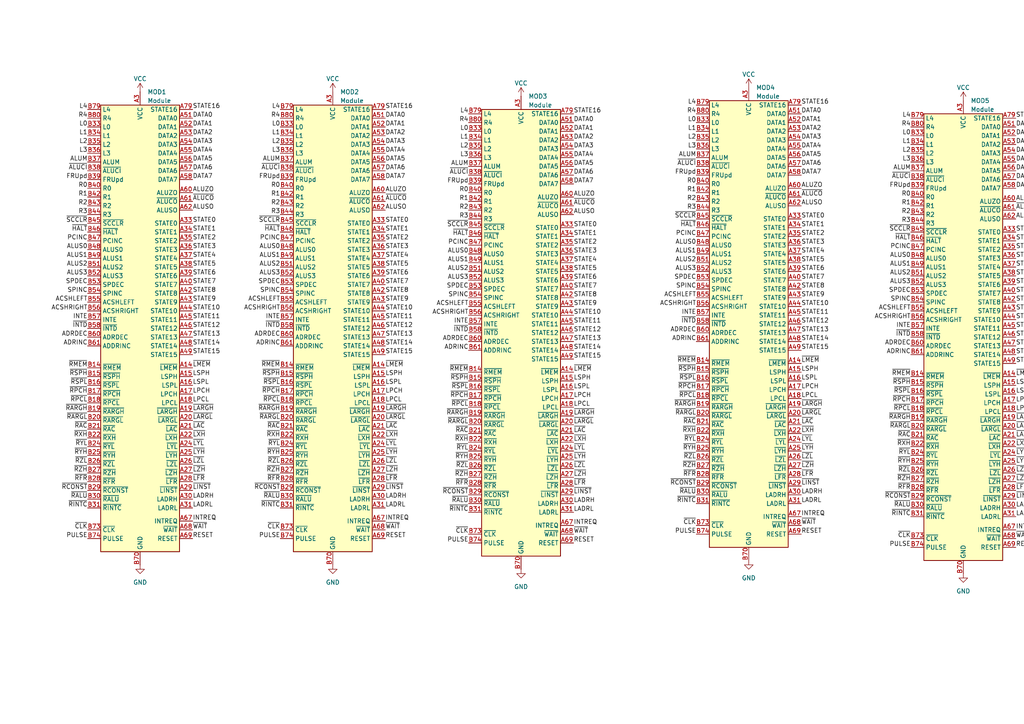
<source format=kicad_sch>
(kicad_sch (version 20250114) (generator "eeschema") (generator_version "9.0")
  (paper "A4")
  (lib_symbols
    (symbol "Connector_Generic:Conn_01x02" (pin_names (offset 1.016) (hide yes))
      (property "Reference" "J" (at 0 2.54 0))
      (property "Value" "Conn_01x02" (at 0 -5.08 0))
      (symbol "Conn_01x02_1_1"
        (pin passive line (at -5.08 0 0) (length 3.81) (name "Pin_1") (number "1"))
        (pin passive line (at -5.08 -2.54 0) (length 3.81) (name "Pin_2") (number "2"))
      )
    )
    (symbol "Connector_Generic:Conn_01x20" (pin_names (offset 1.016) (hide yes))
      (property "Reference" "J" (at 0 25.4 0))
      (property "Value" "Conn_01x20" (at 0 -27.94 0))
      (symbol "Conn_01x20_1_1"
        (pin passive line (at -5.08 22.86 0) (length 3.81) (name "Pin_1") (number "1"))
        (pin passive line (at -5.08 20.32 0) (length 3.81) (name "Pin_2") (number "2"))
        (pin passive line (at -5.08 17.78 0) (length 3.81) (name "Pin_3") (number "3"))
        (pin passive line (at -5.08 15.24 0) (length 3.81) (name "Pin_4") (number "4"))
        (pin passive line (at -5.08 12.7 0) (length 3.81) (name "Pin_5") (number "5"))
        (pin passive line (at -5.08 10.16 0) (length 3.81) (name "Pin_6") (number "6"))
        (pin passive line (at -5.08 7.62 0) (length 3.81) (name "Pin_7") (number "7"))
        (pin passive line (at -5.08 5.08 0) (length 3.81) (name "Pin_8") (number "8"))
        (pin passive line (at -5.08 2.54 0) (length 3.81) (name "Pin_9") (number "9"))
        (pin passive line (at -5.08 0 0) (length 3.81) (name "Pin_10") (number "10"))
        (pin passive line (at -5.08 -2.54 0) (length 3.81) (name "Pin_11") (number "11"))
        (pin passive line (at -5.08 -5.08 0) (length 3.81) (name "Pin_12") (number "12"))
        (pin passive line (at -5.08 -7.62 0) (length 3.81) (name "Pin_13") (number "13"))
        (pin passive line (at -5.08 -10.16 0) (length 3.81) (name "Pin_14") (number "14"))
        (pin passive line (at -5.08 -12.7 0) (length 3.81) (name "Pin_15") (number "15"))
        (pin passive line (at -5.08 -15.24 0) (length 3.81) (name "Pin_16") (number "16"))
        (pin passive line (at -5.08 -17.78 0) (length 3.81) (name "Pin_17") (number "17"))
        (pin passive line (at -5.08 -20.32 0) (length 3.81) (name "Pin_18") (number "18"))
        (pin passive line (at -5.08 -22.86 0) (length 3.81) (name "Pin_19") (number "19"))
        (pin passive line (at -5.08 -25.4 0) (length 3.81) (name "Pin_20") (number "20"))
      )
    )
    (symbol "cpu816symbols:BusSlot"
      (property "Reference" "BC" (at -8.89 66.04 0))
      (property "Value" "BusConnector" (at 13.97 66.04 0))
      (symbol "BusSlot_1_0"
        (pin passive line (at 0 68.58 270) (length 3.81) (hide yes) (name "VCC") (number "B1"))
        (pin passive line (at 0 68.58 270) (length 3.81) (hide yes) (name "VCC") (number "B2"))
        (pin passive line (at 0 68.58 270) (length 3.81) (hide yes) (name "VCC") (number "B3"))
        (pin passive line (at 0 68.58 270) (length 3.81) (hide yes) (name "VCC") (number "B4"))
        (pin passive line (at 0 68.58 270) (length 3.81) (hide yes) (name "VCC") (number "B5"))
        (pin passive line (at 0 -68.58 90) (length 3.81) (hide yes) (name "GND") (number "A66"))
        (pin passive line (at 0 -68.58 90) (length 3.81) (hide yes) (name "GND") (number "A70"))
        (pin passive line (at 0 -68.58 90) (length 3.81) (hide yes) (name "GND") (number "A71"))
        (pin passive line (at 0 -68.58 90) (length 3.81) (hide yes) (name "GND") (number "A72"))
        (pin passive line (at 0 -68.58 90) (length 3.81) (hide yes) (name "GND") (number "A73"))
        (pin passive line (at 0 -68.58 90) (length 3.81) (hide yes) (name "GND") (number "A74"))
        (pin passive line (at 0 -68.58 90) (length 3.81) (hide yes) (name "GND") (number "A75"))
        (pin passive line (at 0 -68.58 90) (length 3.81) (hide yes) (name "GND") (number "A76"))
        (pin passive line (at 0 -68.58 90) (length 3.81) (hide yes) (name "GND") (number "B12"))
        (pin passive line (at 0 -68.58 90) (length 3.81) (hide yes) (name "GND") (number "B13"))
        (pin passive line (at 0 -68.58 90) (length 3.81) (hide yes) (name "GND") (number "B23"))
        (pin passive line (at 0 -68.58 90) (length 3.81) (hide yes) (name "GND") (number "B32"))
        (pin passive line (at 0 -68.58 90) (length 3.81) (hide yes) (name "GND") (number "B41"))
        (pin passive line (at 0 -68.58 90) (length 3.81) (hide yes) (name "GND") (number "B50"))
        (pin passive line (at 0 -68.58 90) (length 3.81) (hide yes) (name "GND") (number "B59"))
        (pin passive line (at 0 -68.58 90) (length 3.81) (hide yes) (name "GND") (number "B62"))
        (pin passive line (at 0 -68.58 90) (length 3.81) (hide yes) (name "GND") (number "B63"))
        (pin passive line (at 0 -68.58 90) (length 3.81) (hide yes) (name "GND") (number "B64"))
        (pin passive line (at 0 -68.58 90) (length 3.81) (hide yes) (name "GND") (number "B65"))
        (pin passive line (at 0 -68.58 90) (length 3.81) (hide yes) (name "GND") (number "B66"))
        (pin passive line (at 0 -68.58 90) (length 3.81) (hide yes) (name "GND") (number "B67"))
        (pin passive line (at 0 -68.58 90) (length 3.81) (hide yes) (name "GND") (number "B68"))
        (pin passive line (at 0 -68.58 90) (length 3.81) (hide yes) (name "GND") (number "B69"))
        (pin power_in line (at 0 -68.58 90) (length 3.81) (name "GND") (number "B70"))
        (pin passive line (at 0 -68.58 90) (length 3.81) (hide yes) (name "GND") (number "B71"))
        (pin passive line (at 0 -68.58 90) (length 3.81) (hide yes) (name "GND") (number "B72"))
        (pin passive line (at 0 -68.58 90) (length 3.81) (hide yes) (name "GND") (number "B75"))
        (pin passive line (at 0 -68.58 90) (length 3.81) (hide yes) (name "GND") (number "B76"))
      )
      (symbol "BusSlot_1_1"
        (pin passive line (at -15.24 63.5 0) (length 3.81) (name "L4") (number "B79"))
        (pin passive line (at -15.24 60.96 0) (length 3.81) (name "R4") (number "B80"))
        (pin passive line (at -15.24 58.42 0) (length 3.81) (name "L0") (number "B33"))
        (pin passive line (at -15.24 55.88 0) (length 3.81) (name "L1") (number "B34"))
        (pin passive line (at -15.24 53.34 0) (length 3.81) (name "L2") (number "B35"))
        (pin passive line (at -15.24 50.8 0) (length 3.81) (name "L3") (number "B36"))
        (pin passive line (at -15.24 48.26 0) (length 3.81) (name "ALUM") (number "B37"))
        (pin passive line (at -15.24 45.72 0) (length 3.81) (name "~{ALUCI}") (number "B38"))
        (pin passive line (at -15.24 43.18 0) (length 3.81) (name "FRUpd") (number "B39"))
        (pin passive line (at -15.24 40.64 0) (length 3.81) (name "R0") (number "B40"))
        (pin passive line (at -15.24 38.1 0) (length 3.81) (name "R1") (number "B42"))
        (pin passive line (at -15.24 35.56 0) (length 3.81) (name "R2") (number "B43"))
        (pin passive line (at -15.24 33.02 0) (length 3.81) (name "R3") (number "B44"))
        (pin passive line (at -15.24 30.48 0) (length 3.81) (name "~{SCCLR}") (number "B45"))
        (pin passive line (at -15.24 27.94 0) (length 3.81) (name "~{HALT}") (number "B46"))
        (pin passive line (at -15.24 25.4 0) (length 3.81) (name "PCINC") (number "B47"))
        (pin passive line (at -15.24 22.86 0) (length 3.81) (name "ALUS0") (number "B48"))
        (pin passive line (at -15.24 20.32 0) (length 3.81) (name "ALUS1") (number "B49"))
        (pin passive line (at -15.24 17.78 0) (length 3.81) (name "ALUS2") (number "B51"))
        (pin passive line (at -15.24 15.24 0) (length 3.81) (name "ALUS3") (number "B52"))
        (pin passive line (at -15.24 12.7 0) (length 3.81) (name "SPDEC") (number "B53"))
        (pin passive line (at -15.24 10.16 0) (length 3.81) (name "SPINC") (number "B54"))
        (pin passive line (at -15.24 7.62 0) (length 3.81) (name "ACSHLEFT") (number "B55"))
        (pin passive line (at -15.24 5.08 0) (length 3.81) (name "ACSHRIGHT") (number "B56"))
        (pin passive line (at -15.24 2.54 0) (length 3.81) (name "INTE") (number "B57"))
        (pin passive line (at -15.24 0 0) (length 3.81) (name "~{INTD}") (number "B58"))
        (pin passive line (at -15.24 -2.54 0) (length 3.81) (name "ADRDEC") (number "B60"))
        (pin passive line (at -15.24 -5.08 0) (length 3.81) (name "ADDRINC") (number "B61"))
        (pin passive line (at -15.24 -11.43 0) (length 3.81) (name "~{RMEM}") (number "B14"))
        (pin passive line (at -15.24 -13.97 0) (length 3.81) (name "~{RSPH}") (number "B15"))
        (pin passive line (at -15.24 -16.51 0) (length 3.81) (name "~{RSPL}") (number "B16"))
        (pin passive line (at -15.24 -19.05 0) (length 3.81) (name "~{RPCH}") (number "B17"))
        (pin passive line (at -15.24 -21.59 0) (length 3.81) (name "~{RPCL}") (number "B18"))
        (pin passive line (at -15.24 -24.13 0) (length 3.81) (name "~{RARGH}") (number "B19"))
        (pin passive line (at -15.24 -26.67 0) (length 3.81) (name "~{RARGL}") (number "B20"))
        (pin passive line (at -15.24 -29.21 0) (length 3.81) (name "~{RAC}") (number "B21"))
        (pin passive line (at -15.24 -31.75 0) (length 3.81) (name "~{RXH}") (number "B22"))
        (pin passive line (at -15.24 -34.29 0) (length 3.81) (name "~{RYL}") (number "B24"))
        (pin passive line (at -15.24 -36.83 0) (length 3.81) (name "~{RYH}") (number "B25"))
        (pin passive line (at -15.24 -39.37 0) (length 3.81) (name "~{RZL}") (number "B26"))
        (pin passive line (at -15.24 -41.91 0) (length 3.81) (name "~{RZH}") (number "B27"))
        (pin passive line (at -15.24 -44.45 0) (length 3.81) (name "~{RFR}") (number "B28"))
        (pin passive line (at -15.24 -46.99 0) (length 3.81) (name "~{RCONST}") (number "B29"))
        (pin passive line (at -15.24 -49.53 0) (length 3.81) (name "~{RALU}") (number "B30"))
        (pin passive line (at -15.24 -52.07 0) (length 3.81) (name "~{RINTC}") (number "B31"))
        (pin passive line (at -15.24 -58.42 0) (length 3.81) (name "~{CLK}") (number "B73"))
        (pin passive line (at -15.24 -60.96 0) (length 3.81) (name "PULSE") (number "B74"))
        (pin passive line (at 0 68.58 270) (length 3.81) (hide yes) (name "VCC") (number "A1"))
        (pin passive line (at 0 68.58 270) (length 3.81) (hide yes) (name "VCC") (number "A2"))
        (pin power_in line (at 0 68.58 270) (length 3.81) (name "VCC") (number "A3"))
        (pin passive line (at 0 68.58 270) (length 3.81) (hide yes) (name "VCC") (number "A4"))
        (pin passive line (at 0 68.58 270) (length 3.81) (hide yes) (name "VCC") (number "A5"))
        (pin passive line (at 0 -68.58 90) (length 3.81) (hide yes) (name "GND") (number "A12"))
        (pin passive line (at 0 -68.58 90) (length 3.81) (hide yes) (name "GND") (number "A13"))
        (pin passive line (at 0 -68.58 90) (length 3.81) (hide yes) (name "GND") (number "A23"))
        (pin passive line (at 0 -68.58 90) (length 3.81) (hide yes) (name "GND") (number "A32"))
        (pin passive line (at 0 -68.58 90) (length 3.81) (hide yes) (name "GND") (number "A41"))
        (pin passive line (at 0 -68.58 90) (length 3.81) (hide yes) (name "GND") (number "A50"))
        (pin passive line (at 0 -68.58 90) (length 3.81) (hide yes) (name "GND") (number "A59"))
        (pin passive line (at 0 -68.58 90) (length 3.81) (hide yes) (name "GND") (number "A63"))
        (pin passive line (at 0 -68.58 90) (length 3.81) (hide yes) (name "GND") (number "A64"))
        (pin passive line (at 0 -68.58 90) (length 3.81) (hide yes) (name "GND") (number "A65"))
        (pin passive line (at 15.24 63.5 180) (length 3.81) (name "STATE16") (number "A79"))
        (pin passive line (at 15.24 60.96 180) (length 3.81) (name "DATA0") (number "A51"))
        (pin passive line (at 15.24 58.42 180) (length 3.81) (name "DATA1") (number "A52"))
        (pin passive line (at 15.24 55.88 180) (length 3.81) (name "DATA2") (number "A53"))
        (pin passive line (at 15.24 53.34 180) (length 3.81) (name "DATA3") (number "A54"))
        (pin passive line (at 15.24 50.8 180) (length 3.81) (name "DATA4") (number "A55"))
        (pin passive line (at 15.24 48.26 180) (length 3.81) (name "DATA5") (number "A56"))
        (pin passive line (at 15.24 45.72 180) (length 3.81) (name "DATA6") (number "A57"))
        (pin passive line (at 15.24 43.18 180) (length 3.81) (name "DATA7") (number "A58"))
        (pin passive line (at 15.24 39.37 180) (length 3.81) (name "ALUZO") (number "A60"))
        (pin passive line (at 15.24 36.83 180) (length 3.81) (name "~{ALUCO}") (number "A61"))
        (pin passive line (at 15.24 34.29 180) (length 3.81) (name "ALUSO") (number "A62"))
        (pin passive line (at 15.24 30.48 180) (length 3.81) (name "STATE0") (number "A33"))
        (pin passive line (at 15.24 27.94 180) (length 3.81) (name "STATE1") (number "A34"))
        (pin passive line (at 15.24 25.4 180) (length 3.81) (name "STATE2") (number "A35"))
        (pin passive line (at 15.24 22.86 180) (length 3.81) (name "STATE3") (number "A36"))
        (pin passive line (at 15.24 20.32 180) (length 3.81) (name "STATE4") (number "A37"))
        (pin passive line (at 15.24 17.78 180) (length 3.81) (name "STATE5") (number "A38"))
        (pin passive line (at 15.24 15.24 180) (length 3.81) (name "STATE6") (number "A39"))
        (pin passive line (at 15.24 12.7 180) (length 3.81) (name "STATE7") (number "A40"))
        (pin passive line (at 15.24 10.16 180) (length 3.81) (name "STATE8") (number "A42"))
        (pin passive line (at 15.24 7.62 180) (length 3.81) (name "STATE9") (number "A43"))
        (pin passive line (at 15.24 5.08 180) (length 3.81) (name "STATE10") (number "A44"))
        (pin passive line (at 15.24 2.54 180) (length 3.81) (name "STATE11") (number "A45"))
        (pin passive line (at 15.24 0 180) (length 3.81) (name "STATE12") (number "A46"))
        (pin passive line (at 15.24 -2.54 180) (length 3.81) (name "STATE13") (number "A47"))
        (pin passive line (at 15.24 -5.08 180) (length 3.81) (name "STATE14") (number "A48"))
        (pin passive line (at 15.24 -7.62 180) (length 3.81) (name "STATE15") (number "A49"))
        (pin passive line (at 15.24 -11.43 180) (length 3.81) (name "~{LMEM}") (number "A14"))
        (pin passive line (at 15.24 -13.97 180) (length 3.81) (name "LSPH") (number "A15"))
        (pin passive line (at 15.24 -16.51 180) (length 3.81) (name "LSPL") (number "A16"))
        (pin passive line (at 15.24 -19.05 180) (length 3.81) (name "LPCH") (number "A17"))
        (pin passive line (at 15.24 -21.59 180) (length 3.81) (name "LPCL") (number "A18"))
        (pin passive line (at 15.24 -24.13 180) (length 3.81) (name "~{LARGH}") (number "A19"))
        (pin passive line (at 15.24 -26.67 180) (length 3.81) (name "~{LARGL}") (number "A20"))
        (pin passive line (at 15.24 -29.21 180) (length 3.81) (name "~{LAC}") (number "A21"))
        (pin passive line (at 15.24 -31.75 180) (length 3.81) (name "~{LXH}") (number "A22"))
        (pin passive line (at 15.24 -34.29 180) (length 3.81) (name "~{LYL}") (number "A24"))
        (pin passive line (at 15.24 -36.83 180) (length 3.81) (name "~{LYH}") (number "A25"))
        (pin passive line (at 15.24 -39.37 180) (length 3.81) (name "~{LZL}") (number "A26"))
        (pin passive line (at 15.24 -41.91 180) (length 3.81) (name "~{LZH}") (number "A27"))
        (pin passive line (at 15.24 -44.45 180) (length 3.81) (name "~{LFR}") (number "A28"))
        (pin passive line (at 15.24 -46.99 180) (length 3.81) (name "~{LINST}") (number "A29"))
        (pin passive line (at 15.24 -49.53 180) (length 3.81) (name "LADRH") (number "A30"))
        (pin passive line (at 15.24 -52.07 180) (length 3.81) (name "LADRL") (number "A31"))
        (pin passive line (at 15.24 -55.88 180) (length 3.81) (name "INTREQ") (number "A67"))
        (pin passive line (at 15.24 -58.42 180) (length 3.81) (name "~{WAIT}") (number "A68"))
        (pin passive line (at 15.24 -60.96 180) (length 3.81) (name "RESET") (number "A69"))
      )
    )
    (symbol "power:GND" (power) (pin_numbers (hide yes)) (pin_names (offset 0) (hide yes))
      (property "Value" "GND" (at 0 -3.81 0))
      (symbol "GND_1_1"
        (pin power_in line (at 0 0 270) (length 0) (name "~") (number "1"))
      )
    )
    (symbol "power:VCC" (power) (pin_numbers (hide yes)) (pin_names (offset 0) (hide yes))
      (property "Value" "VCC" (at 0 3.556 0))
      (symbol "VCC_1_1"
        (pin power_in line (at 0 0 90) (length 0) (name "~") (number "1"))
      )
    )
  )
  (junction (at 44.45 -31.75))
  (wire (pts (xy 46.99 -33.02) (xy 46.99 -31.75)))
  (wire (pts (xy 46.99 -31.75) (xy 44.45 -31.75)))
  (wire (pts (xy -5.08 -12.7) (xy -8.89 -12.7)))
  (wire (pts (xy -5.08 -15.24) (xy -8.89 -15.24)))
  (wire (pts (xy 44.45 -33.02) (xy 44.45 -31.75)))
  (label "SPDEC" (at 392.43 81.28 180))
  (label "~{WAIT}" (at 55.88 153.67 0))
  (label "~{RALU}" (at 81.28 144.78 180))
  (label "ACSHRIGHT" (at 135.89 91.44 180))
  (label "~{RSPH}" (at 323.85 107.95 180))
  (label "STATE3" (at 111.76 72.39 0))
  (label "~{INTD}" (at 264.16 97.79 180))
  (label "ALUM" (at 450.85 48.26 180))
  (label "~{LZL}" (at 111.76 134.62 0))
  (label "~{LARGH}" (at 55.88 119.38 0))
  (label "~{LAC}" (at 55.88 124.46 0))
  (label "ADRDEC" (at 392.43 96.52 180))
  (label "DATA4" (at 294.64 46.99 0))
  (label "STATE15" (at 166.37 104.14 0))
  (label "~{RMEM}" (at 81.28 106.68 180))
  (label "STATE1" (at 294.64 69.85 0))
  (label "ALUS2" (at 450.85 78.74 180))
  (label "ALUS2" (at 323.85 76.2 180))
  (label "ALUZO" (at 422.91 54.61 0))
  (label "STATE14" (at 422.91 99.06 0))
  (label "~{LZL}" (at 166.37 135.89 0))
  (label "RESET" (at 166.37 157.48 0))
  (label "DATA1" (at 294.64 39.37 0))
  (label "~{RYH}" (at 81.28 132.08 180))
  (label "STATE10" (at 111.76 90.17 0))
  (label "~{CLK}" (at 323.85 152.4 180))
  (label "ALUS3" (at 323.85 78.74 180))
  (label "~{LAC}" (at 166.37 125.73 0))
  (label "STATE5" (at 166.37 78.74 0))
  (label "~{RXH}" (at 323.85 125.73 180))
  (label "L0" (at 25.4 36.83 180))
  (label "~{LFR}" (at 55.88 139.7 0))
  (label "STATE10" (at 232.41 88.9 0))
  (label "ACSHRIGHT" (at 323.85 88.9 180))
  (label "STATE15" (at 481.33 104.14 0))
  (label "~{LAC}" (at 354.33 123.19 0))
  (label "ADRINC" (at 450.85 101.6 180))
  (label "DATA7" (at 166.37 53.34 0))
  (label "~{RPCH}" (at 392.43 113.03 180))
  (label "~{RXH}" (at 201.93 125.73 180))
  (label "~{RARGH}" (at 323.85 118.11 180))
  (label "DATA5" (at 166.37 48.26 0))
  (label "DATA3" (at 111.76 41.91 0))
  (label "~{LINST}" (at 354.33 140.97 0))
  (label "ACSHLEFT" (at 323.85 86.36 180))
  (label "~{CLK}" (at 25.4 153.67 180))
  (label "STATE1" (at 232.41 66.04 0))
  (label "~{RMEM}" (at 201.93 105.41 180))
  (label "ACSHRIGHT" (at 264.16 92.71 180))
  (label "~{RYH}" (at 201.93 130.81 180))
  (label "INTREQ" (at 232.41 149.86 0))
  (label "DATA2" (at 481.33 40.64 0))
  (label "ALUS0" (at 25.4 72.39 180))
  (label "LADRL" (at 354.33 146.05 0))
  (label "INTE" (at 135.89 93.98 180))
  (label "STATE8" (at 166.37 86.36 0))
  (label "DATA4" (at 85.09 -33.02 270))
  (label "~{INTD}" (at 135.89 96.52 180))
  (label "L2" (at 450.85 43.18 180))
  (label "ALUS1" (at 450.85 76.2 180))
  (label "~{LXH}" (at 422.91 125.73 0))
  (label "~{RARGL}" (at 81.28 121.92 180))
  (label "DATA0" (at 55.88 34.29 0))
  (label "~{HALT}" (at 25.4 67.31 180))
  (label "LPCH" (at 166.37 115.57 0))
  (label "ADRINC" (at 323.85 99.06 180))
  (label "STATE3" (at 166.37 73.66 0))
  (label "~{RSPL}" (at 25.4 111.76 180))
  (label "STATE4" (at 422.91 73.66 0))
  (label "DATA3" (at 55.88 41.91 0))
  (label "L2" (at 25.4 41.91 180))
  (label "STATE14" (at 481.33 101.6 0))
  (label "PCINC" (at 323.85 68.58 180))
  (label "FRUpd" (at 264.16 54.61 180))
  (label "PULSE" (at 81.28 156.21 180))
  (label "~{RPCL}" (at 25.4 116.84 180))
  (label "~{LMEM}" (at 111.76 106.68 0))
  (label "~{LFR}" (at 422.91 138.43 0))
  (label "~{RCONST}" (at 135.89 143.51 180))
  (label "SPDEC" (at 264.16 85.09 180))
  (label "~{LARGH}" (at 422.91 118.11 0))
  (label "~{RFR}" (at 25.4 139.7 180))
  (label "R3" (at 450.85 63.5 180))
  (label "~{RAC}" (at 264.16 127 180))
  (label "~{RMEM}" (at 323.85 105.41 180))
  (label "~{RMEM}" (at 264.16 109.22 180))
  (label "~{RFR}" (at 392.43 138.43 180))
  (label "STATE9" (at 232.41 86.36 0))
  (label "~{RZL}" (at 25.4 134.62 180))
  (label "RESET" (at 354.33 154.94 0))
  (label "~{CLK}" (at 264.16 156.21 180))
  (label "~{LXH}" (at 55.88 127 0))
  (label "STATE5" (at 294.64 80.01 0))
  (label "DATA4" (at 232.41 43.18 0))
  (label "ALUSO" (at 232.41 59.69 0))
  (label "~{RPCL}" (at 135.89 118.11 180))
  (label "LADRL" (at 294.64 149.86 0))
  (label "ALUS0" (at 201.93 71.12 180))
  (label "~{RYL}" (at 264.16 132.08 180))
  (label "~{LARGL}" (at 55.88 121.92 0))
  (label "~{LZL}" (at 354.33 133.35 0))
  (label "~{LYH}" (at 481.33 133.35 0))
  (label "STATE12" (at 166.37 96.52 0))
  (label "~{RYL}" (at 392.43 128.27 180))
  (label "FRUpd" (at 25.4 52.07 180))
  (label "~{LARGL}" (at 111.76 121.92 0))
  (label "STATE5" (at 232.41 76.2 0))
  (label "DATA6" (at 90.17 -33.02 270))
  (label "ALUM" (at 323.85 45.72 180))
  (label "~{SCCLR}" (at 450.85 66.04 180))
  (label "~{RALU}" (at 135.89 146.05 180))
  (label "LADRH" (at 55.88 144.78 0))
  (label "ALUSO" (at 166.37 62.23 0))
  (label "~{RINTC}" (at 135.89 148.59 180))
  (label "~{LINST}" (at 232.41 140.97 0))
  (label "~{RYL}" (at 323.85 128.27 180))
  (label "R2" (at 392.43 58.42 180))
  (label "~{LMEM}" (at 294.64 109.22 0))
  (label "ALUM" (at 392.43 45.72 180))
  (label "ACSHLEFT" (at 25.4 87.63 180))
  (label "~{RCONST}" (at 450.85 143.51 180))
  (label "STATE8" (at 55.88 85.09 0))
  (label "LPCL" (at 166.37 118.11 0))
  (label "STATE15" (at 294.64 105.41 0))
  (label "~{RINTC}" (at 450.85 148.59 180))
  (label "DATA4" (at 166.37 45.72 0))
  (label "STATE12" (at 354.33 93.98 0))
  (label "ADRINC" (at 25.4 100.33 180))
  (label "STATE12" (at 111.76 95.25 0))
  (label "~{RZH}" (at 135.89 138.43 180))
  (label "~{RCONST}" (at 81.28 142.24 180))
  (label "RESET" (at 232.41 154.94 0))
  (label "STATE16" (at 55.88 31.75 0))
  (label "DATA1" (at 232.41 35.56 0))
  (label "ACSHRIGHT" (at 81.28 90.17 180))
  (label "STATE13" (at 67.31 -33.02 270))
  (label "STATE16" (at 111.76 31.75 0))
  (label "STATE6" (at 232.41 78.74 0))
  (label "~{RZL}" (at 201.93 133.35 180))
  (label "STATE16" (at 354.33 30.48 0))
  (label "ALUS3" (at 264.16 82.55 180))
  (label "~{SCCLR}" (at 201.93 63.5 180))
  (label "L3" (at 264.16 46.99 180))
  (label "~{RALU}" (at 25.4 144.78 180))
  (label "~{RINTC}" (at 201.93 146.05 180))
  (label "LADRH" (at 111.76 144.78 0))
  (label "~{LXH}" (at 354.33 125.73 0))
  (label "SPDEC" (at 323.85 81.28 180))
  (label "STATE1" (at 166.37 68.58 0))
  (label "~{RARGH}" (at 450.85 120.65 180))
  (label "~{RPCL}" (at 392.43 115.57 180))
  (label "PULSE" (at 135.89 157.48 180))
  (label "L1" (at 25.4 39.37 180))
  (label "~{WAIT}" (at 111.76 153.67 0))
  (label "~{RPCL}" (at 450.85 118.11 180))
  (label "STATE7" (at 481.33 83.82 0))
  (label "~{RZL}" (at 392.43 133.35 180))
  (label "~{RZH}" (at 450.85 138.43 180))
  (label "~{LZL}" (at 232.41 133.35 0))
  (label "~{LINST}" (at 294.64 144.78 0))
  (label "~{LYL}" (at 481.33 130.81 0))
  (label "DATA1" (at 422.91 35.56 0))
  (label "R3" (at 135.89 63.5 180))
  (label "~{RZL}" (at 323.85 133.35 180))
  (label "~{RCONST}" (at 264.16 144.78 180))
  (label "~{RAC}" (at 25.4 124.46 180))
  (label "~{RPCL}" (at 201.93 115.57 180))
  (label "PCINC" (at 201.93 68.58 180))
  (label "L1" (at 135.89 40.64 180))
  (label "LPCL" (at 422.91 115.57 0))
  (label "ADRDEC" (at 264.16 100.33 180))
  (label "ALUS2" (at 25.4 77.47 180))
  (label "ACSHRIGHT" (at 450.85 91.44 180))
  (label "~{LZH}" (at 232.41 135.89 0))
  (label "DATA7" (at 481.33 53.34 0))
  (label "~{RSPL}" (at 201.93 110.49 180))
  (label "~{RAC}" (at 201.93 123.19 180))
  (label "~{RARGH}" (at 135.89 120.65 180))
  (label "L4" (at 201.93 30.48 180))
  (label "~{LARGL}" (at 294.64 124.46 0))
  (label "~{RPCH}" (at 81.28 114.3 180))
  (label "~{HALT}" (at 264.16 69.85 180))
  (label "STATE12" (at 232.41 93.98 0))
  (label "STATE12" (at 64.77 -33.02 270))
  (label "~{RINTC}" (at 264.16 149.86 180))
  (label "FRUpd" (at 392.43 50.8 180))
  (label "INTE" (at 25.4 92.71 180))
  (label "DATA2" (at 354.33 38.1 0))
  (label "~{RSPL}" (at 323.85 110.49 180))
  (label "~{RALU}" (at 264.16 147.32 180))
  (label "ADRINC" (at 201.93 99.06 180))
  (label "DATA2" (at 166.37 40.64 0))
  (label "SPINC" (at 450.85 86.36 180))
  (label "~{RXH}" (at 135.89 128.27 180))
  (label "STATE0" (at 422.91 63.5 0))
  (label "~{RPCL}" (at 81.28 116.84 180))
  (label "L0" (at 201.93 35.56 180))
  (label "LSPL" (at 232.41 110.49 0))
  (label "STATE6" (at 294.64 82.55 0))
  (label "~{SCCLR}" (at 264.16 67.31 180))
  (label "~{RZL}" (at 135.89 135.89 180))
  (label "~{RZL}" (at 81.28 134.62 180))
  (label "R3" (at 201.93 60.96 180))
  (label "~{RYH}" (at 25.4 132.08 180))
  (label "~{RYH}" (at 264.16 134.62 180))
  (label "ALUS2" (at 201.93 76.2 180))
  (label "FRUpd" (at 81.28 52.07 180))
  (label "LPCL" (at 111.76 116.84 0))
  (label "ALUS0" (at 450.85 73.66 180))
  (label "~{RINTC}" (at 323.85 146.05 180))
  (label "~{LZL}" (at 55.88 134.62 0))
  (label "ACSHRIGHT" (at 25.4 90.17 180))
  (label "R1" (at 135.89 58.42 180))
  (label "STATE5" (at 55.88 77.47 0))
  (label "STATE16" (at 481.33 33.02 0))
  (label "R4" (at 323.85 33.02 180))
  (label "~{RPCH}" (at 450.85 115.57 180))
  (label "~{LARGH}" (at 111.76 119.38 0))
  (label "SPINC" (at 25.4 85.09 180))
  (label "~{LZH}" (at 354.33 135.89 0))
  (label "ALUSO" (at 111.76 60.96 0))
  (label "~{WAIT}" (at 354.33 152.4 0))
  (label "~{LINST}" (at 55.88 142.24 0))
  (label "STATE14" (at 232.41 99.06 0))
  (label "STATE12" (at 55.88 95.25 0))
  (label "L3" (at 25.4 44.45 180))
  (label "R1" (at 201.93 55.88 180))
  (label "LSPH" (at 232.41 107.95 0))
  (label "~{RZH}" (at 264.16 139.7 180))
  (label "ADRDEC" (at 135.89 99.06 180))
  (label "STATE8" (at 354.33 83.82 0))
  (label "STATE14" (at 111.76 100.33 0))
  (label "~{RXH}" (at 264.16 129.54 180))
  (label "~{CLK}" (at 392.43 152.4 180))
  (label "LPCH" (at 55.88 114.3 0))
  (label "~{RSPL}" (at 392.43 110.49 180))
  (label "PULSE" (at 25.4 156.21 180))
  (label "~{RARGL}" (at 135.89 123.19 180))
  (label "~{LYH}" (at 354.33 130.81 0))
  (label "~{LXH}" (at 232.41 125.73 0))
  (label "LSPL" (at 111.76 111.76 0))
  (label "~{RYH}" (at 450.85 133.35 180))
  (label "DATA2" (at 232.41 38.1 0))
  (label "STATE8" (at 111.76 85.09 0))
  (label "~{RZH}" (at 81.28 137.16 180))
  (label "STATE11" (at 422.91 91.44 0))
  (label "L0" (at 450.85 38.1 180))
  (label "L2" (at 323.85 40.64 180))
  (label "~{ALUCO}" (at 422.91 57.15 0))
  (label "~{RARGL}" (at 450.85 123.19 180))
  (label "STATE7" (at 55.88 82.55 0))
  (label "STATE9" (at 422.91 86.36 0))
  (label "RESET" (at 111.76 156.21 0))
  (label "~{LZH}" (at 111.76 137.16 0))
  (label "~{RXH}" (at 25.4 127 180))
  (label "R0" (at 392.43 53.34 180))
  (label "~{LARGL}" (at 232.41 120.65 0))
  (label "STATE11" (at 294.64 95.25 0))
  (label "~{RSPH}" (at 450.85 110.49 180))
  (label "LPCH" (at 232.41 113.03 0))
  (label "STATE1" (at 422.91 66.04 0))
  (label "LPCH" (at 422.91 113.03 0))
  (label "DATA6" (at 166.37 50.8 0))
  (label "STATE0" (at 166.37 66.04 0))
  (label "SPINC" (at 323.85 83.82 180))
  (label "R3" (at 392.43 60.96 180))
  (label "INTREQ" (at 481.33 152.4 0))
  (label "~{SCCLR}" (at 392.43 63.5 180))
  (label "~{RYL}" (at 201.93 128.27 180))
  (label "PCINC" (at 392.43 68.58 180))
  (label "LSPL" (at 354.33 110.49 0))
  (label "~{WAIT}" (at 166.37 154.94 0))
  (label "~{WAIT}" (at 294.64 156.21 0))
  (label "INTREQ" (at 422.91 149.86 0))
  (label "R4" (at 81.28 34.29 180))
  (label "INTE" (at 450.85 93.98 180))
  (label "~{CLK}" (at 450.85 154.94 180))
  (label "L1" (at 323.85 38.1 180))
  (label "STATE4" (at 55.88 74.93 0))
  (label "DATA6" (at 481.33 50.8 0))
  (label "~{RARGH}" (at 264.16 121.92 180))
  (label "DATA7" (at 294.64 54.61 0))
  (label "R2" (at 135.89 60.96 180))
  (label "STATE11" (at 481.33 93.98 0))
  (label "ALUS3" (at 81.28 80.01 180))
  (label "ADRINC" (at 392.43 99.06 180))
  (label "STATE4" (at 354.33 73.66 0))
  (label "ACSHLEFT" (at 264.16 90.17 180))
  (label "R3" (at 323.85 60.96 180))
  (label "~{LZL}" (at 481.33 135.89 0))
  (label "ALUZO" (at 55.88 55.88 0))
  (label "L1" (at 201.93 38.1 180))
  (label "STATE6" (at 55.88 80.01 0))
  (label "~{RARGL}" (at 25.4 121.92 180))
  (label "LSPL" (at 294.64 114.3 0))
  (label "DATA5" (at 481.33 48.26 0))
  (label "~{RZH}" (at 25.4 137.16 180))
  (label "L4" (at 264.16 34.29 180))
  (label "STATE9" (at 294.64 90.17 0))
  (label "R2" (at 201.93 58.42 180))
  (label "SPDEC" (at 25.4 82.55 180))
  (label "DATA0" (at 111.76 34.29 0))
  (label "L2" (at 201.93 40.64 180))
  (label "~{ALUCO}" (at 294.64 60.96 0))
  (label "~{RAC}" (at 450.85 125.73 180))
  (label "LPCL" (at 481.33 118.11 0))
  (label "STATE9" (at 55.88 87.63 0))
  (label "DATA3" (at 82.55 -33.02 270))
  (label "~{LARGL}" (at 166.37 123.19 0))
  (label "ALUM" (at 135.89 48.26 180))
  (label "ALUS0" (at 323.85 71.12 180))
  (label "R0" (at 264.16 57.15 180))
  (label "~{ALUCI}" (at 81.28 49.53 180))
  (label "STATE0" (at 55.88 64.77 0))
  (label "PULSE" (at 323.85 154.94 180))
  (label "STATE12" (at 294.64 97.79 0))
  (label "L3" (at 392.43 43.18 180))
  (label "~{LINST}" (at 481.33 143.51 0))
  (label "L3" (at 201.93 43.18 180))
  (label "DATA2" (at 111.76 39.37 0))
  (label "STATE7" (at 166.37 83.82 0))
  (label "STATE13" (at 55.88 97.79 0))
  (label "~{ALUCI}" (at 201.93 48.26 180))
  (label "STATE12" (at 422.91 93.98 0))
  (label "L4" (at 25.4 31.75 180))
  (label "DATA0" (at 294.64 36.83 0))
  (label "STATE8" (at 232.41 83.82 0))
  (label "R0" (at 323.85 53.34 180))
  (label "~{ALUCO}" (at 232.41 57.15 0))
  (label "~{RARGH}" (at 25.4 119.38 180))
  (label "~{RALU}" (at 450.85 146.05 180))
  (label "STATE6" (at 111.76 80.01 0))
  (label "~{LFR}" (at 111.76 139.7 0))
  (label "~{RZL}" (at 264.16 137.16 180))
  (label "STATE9" (at 111.76 87.63 0))
  (label "STATE15" (at 55.88 102.87 0))
  (label "~{LZL}" (at 294.64 137.16 0))
  (label "~{LARGL}" (at 481.33 123.19 0))
  (label "DATA1" (at 77.47 -33.02 270))
  (label "L3" (at 323.85 43.18 180))
  (label "DATA3" (at 166.37 43.18 0))
  (label "~{INTD}" (at 323.85 93.98 180))
  (label "LSPL" (at 422.91 110.49 0))
  (label "ALUSO" (at 422.91 59.69 0))
  (label "~{RPCH}" (at 135.89 115.57 180))
  (label "R3" (at 264.16 64.77 180))
  (label "ADRDEC" (at 25.4 97.79 180))
  (label "~{LAC}" (at 422.91 123.19 0))
  (label "~{ALUCO}" (at 481.33 59.69 0))
  (label "STATE10" (at 59.69 -33.02 270))
  (label "R0" (at 450.85 55.88 180))
  (label "~{LARGH}" (at 354.33 118.11 0))
  (label "L1" (at 81.28 39.37 180))
  (label "STATE10" (at 166.37 91.44 0))
  (label "STATE0" (at 111.76 64.77 0))
  (label "LPCL" (at 294.64 119.38 0))
  (label "STATE2" (at 166.37 71.12 0))
  (label "R0" (at 25.4 54.61 180))
  (label "ADRINC" (at 135.89 101.6 180))
  (label "R4" (at 201.93 33.02 180))
  (label "~{RAC}" (at 392.43 123.19 180))
  (label "ALUSO" (at 55.88 60.96 0))
  (label "DATA0" (at 422.91 33.02 0))
  (label "~{RARGL}" (at 323.85 120.65 180))
  (label "STATE13" (at 166.37 99.06 0))
  (label "STATE0" (at 481.33 66.04 0))
  (label "~{RAC}" (at 323.85 123.19 180))
  (label "ALUM" (at 201.93 45.72 180))
  (label "~{CLK}" (at 81.28 153.67 180))
  (label "~{RPCH}" (at 201.93 113.03 180))
  (label "~{SCCLR}" (at 81.28 64.77 180))
  (label "LSPL" (at 481.33 113.03 0))
  (label "LADRL" (at 111.76 147.32 0))
  (label "~{INTD}" (at 81.28 95.25 180))
  (label "~{ALUCO}" (at 55.88 58.42 0))
  (label "LSPL" (at 166.37 113.03 0))
  (label "ALUSO" (at 354.33 59.69 0))
  (label "LADRL" (at 232.41 146.05 0))
  (label "ALUS1" (at 201.93 73.66 180))
  (label "STATE8" (at 54.61 -33.02 270))
  (label "STATE5" (at 422.91 76.2 0))
  (label "DATA3" (at 294.64 44.45 0))
  (label "STATE16" (at 232.41 30.48 0))
  (label "~{LZH}" (at 166.37 138.43 0))
  (label "STATE7" (at 294.64 85.09 0))
  (label "~{LARGH}" (at 481.33 120.65 0))
  (label "~{RPCH}" (at 323.85 113.03 180))
  (label "~{LZH}" (at 294.64 139.7 0))
  (label "~{LYH}" (at 111.76 132.08 0))
  (label "DATA0" (at 481.33 35.56 0))
  (label "ACSHLEFT" (at 392.43 86.36 180))
  (label "~{HALT}" (at 450.85 68.58 180))
  (label "DATA4" (at 55.88 44.45 0))
  (label "STATE11" (at 354.33 91.44 0))
  (label "SPDEC" (at 201.93 81.28 180))
  (label "PCINC" (at 450.85 71.12 180))
  (label "~{ALUCI}" (at 25.4 49.53 180))
  (label "STATE13" (at 354.33 96.52 0))
  (label "PULSE" (at 264.16 158.75 180))
  (label "INTE" (at 323.85 91.44 180))
  (label "~{LINST}" (at 422.91 140.97 0))
  (label "~{LARGL}" (at 354.33 120.65 0))
  (label "~{HALT}" (at 81.28 67.31 180))
  (label "LPCH" (at 294.64 116.84 0))
  (label "ALUZO" (at 111.76 55.88 0))
  (label "~{RYL}" (at 135.89 130.81 180))
  (label "ADRDEC" (at 450.85 99.06 180))
  (label "DATA2" (at 55.88 39.37 0))
  (label "STATE3" (at 481.33 73.66 0))
  (label "ALUZO" (at 354.33 54.61 0))
  (label "~{RYH}" (at 135.89 133.35 180))
  (label "STATE14" (at 294.64 102.87 0))
  (label "DATA7" (at 92.71 -33.02 270))
  (label "L0" (at 135.89 38.1 180))
  (label "R4" (at 25.4 34.29 180))
  (label "STATE12" (at 481.33 96.52 0))
  (label "~{LMEM}" (at 422.91 105.41 0))
  (label "~{WAIT}" (at 422.91 152.4 0))
  (label "~{LXH}" (at 481.33 128.27 0))
  (label "STATE15" (at 72.39 -33.02 270))
  (label "DATA3" (at 354.33 40.64 0))
  (label "L2" (at 135.89 43.18 180))
  (label "STATE4" (at 294.64 77.47 0))
  (label "~{RSPH}" (at 201.93 107.95 180))
  (label "PCINC" (at 25.4 69.85 180))
  (label "~{RINTC}" (at 81.28 147.32 180))
  (label "INTREQ" (at 294.64 153.67 0))
  (label "STATE6" (at 166.37 81.28 0))
  (label "STATE13" (at 294.64 100.33 0))
  (label "~{RINTC}" (at 25.4 147.32 180))
  (label "FRUpd" (at 135.89 53.34 180))
  (label "FRUpd" (at 450.85 53.34 180))
  (label "~{RXH}" (at 450.85 128.27 180))
  (label "DATA1" (at 354.33 35.56 0))
  (label "STATE6" (at 354.33 78.74 0))
  (label "~{RPCL}" (at 323.85 115.57 180))
  (label "ALUSO" (at 294.64 63.5 0))
  (label "~{RZH}" (at 392.43 135.89 180))
  (label "~{ALUCI}" (at 323.85 48.26 180))
  (label "LADRH" (at 166.37 146.05 0))
  (label "~{RSPL}" (at 81.28 111.76 180))
  (label "~{LZL}" (at 422.91 133.35 0))
  (label "~{RCONST}" (at 323.85 140.97 180))
  (label "~{LYH}" (at 166.37 133.35 0))
  (label "L3" (at 450.85 45.72 180))
  (label "~{HALT}" (at 323.85 66.04 180))
  (label "~{SCCLR}" (at 323.85 63.5 180))
  (label "DATA0" (at 74.93 -33.02 270))
  (label "ACSHLEFT" (at 450.85 88.9 180))
  (label "L4" (at 392.43 30.48 180))
  (label "PULSE" (at 201.93 154.94 180))
  (label "~{LYL}" (at 422.91 128.27 0))
  (label "DATA1" (at 55.88 36.83 0))
  (label "ALUS1" (at 264.16 77.47 180))
  (label "LADRH" (at 481.33 146.05 0))
  (label "PCINC" (at 52.07 -33.02 270))
  (label "DATA2" (at 294.64 41.91 0))
  (label "~{LYL}" (at 55.88 129.54 0))
  (label "INTE" (at 264.16 95.25 180))
  (label "SPINC" (at 201.93 83.82 180))
  (label "SPINC" (at 135.89 86.36 180))
  (label "SPDEC" (at 81.28 82.55 180))
  (label "~{LYL}" (at 294.64 132.08 0))
  (label "~{ALUCO}" (at 354.33 57.15 0))
  (label "STATE16" (at 422.91 30.48 0))
  (label "~{CLK}" (at 135.89 154.94 180))
  (label "LPCL" (at 232.41 115.57 0))
  (label "INTREQ" (at 55.88 151.13 0))
  (label "~{LYL}" (at 166.37 130.81 0))
  (label "~{ALUCI}" (at 135.89 50.8 180))
  (label "ALUM" (at 25.4 46.99 180))
  (label "INTREQ" (at 111.76 151.13 0))
  (label "~{RALU}" (at 323.85 143.51 180))
  (label "R0" (at 81.28 54.61 180))
  (label "DATA6" (at 55.88 49.53 0))
  (label "~{RMEM}" (at 392.43 105.41 180))
  (label "~{RFR}" (at 135.89 140.97 180))
  (label "ACSHLEFT" (at 201.93 86.36 180))
  (label "~{ALUCO}" (at 166.37 59.69 0))
  (label "ALUS3" (at 201.93 78.74 180))
  (label "~{ALUCO}" (at 111.76 58.42 0))
  (label "R2" (at 81.28 59.69 180))
  (label "DATA7" (at 354.33 50.8 0))
  (label "STATE16" (at 166.37 33.02 0))
  (label "~{LFR}" (at 294.64 142.24 0))
  (label "~{RCONST}" (at 201.93 140.97 180))
  (label "ALUS3" (at 392.43 78.74 180))
  (label "ALUSO" (at 481.33 62.23 0))
  (label "STATE5" (at 111.76 77.47 0))
  (label "DATA2" (at 80.01 -33.02 270))
  (label "~{RYL}" (at 25.4 129.54 180))
  (label "R4" (at 392.43 33.02 180))
  (label "STATE11" (at 62.23 -33.02 270))
  (label "R2" (at 264.16 62.23 180))
  (label "ALUS2" (at 392.43 76.2 180))
  (label "LSPH" (at 55.88 109.22 0))
  (label "~{LYH}" (at 294.64 134.62 0))
  (label "~{LARGL}" (at 422.91 120.65 0))
  (label "~{RSPL}" (at 264.16 114.3 180))
  (label "DATA6" (at 294.64 52.07 0))
  (label "STATE0" (at 294.64 67.31 0))
  (label "~{RFR}" (at 201.93 138.43 180))
  (label "LPCH" (at 354.33 113.03 0))
  (label "ALUS2" (at 135.89 78.74 180))
  (label "~{RALU}" (at 201.93 143.51 180))
  (label "L4" (at 450.85 33.02 180))
  (label "~{RSPH}" (at 81.28 109.22 180))
  (label "~{LZH}" (at 55.88 137.16 0))
  (label "STATE16" (at 294.64 34.29 0))
  (label "STATE2" (at 422.91 68.58 0))
  (label "STATE7" (at 354.33 81.28 0))
  (label "LADRL" (at 166.37 148.59 0))
  (label "~{INTD}" (at 201.93 93.98 180))
  (label "~{HALT}" (at 135.89 68.58 180))
  (label "~{LARGH}" (at 294.64 121.92 0))
  (label "STATE14" (at 55.88 100.33 0))
  (label "ALUS0" (at 392.43 71.12 180))
  (label "R0" (at 201.93 53.34 180))
  (label "RESET" (at 294.64 158.75 0))
  (label "~{LFR}" (at 166.37 140.97 0))
  (label "~{RAC}" (at 81.28 124.46 180))
  (label "INTREQ" (at 166.37 152.4 0))
  (label "STATE1" (at 481.33 68.58 0))
  (label "~{RFR}" (at 264.16 142.24 180))
  (label "L4" (at 81.28 31.75 180))
  (label "~{RMEM}" (at 450.85 107.95 180))
  (label "~{RSPH}" (at 135.89 110.49 180))
  (label "STATE15" (at 422.91 101.6 0))
  (label "~{INTD}" (at 25.4 95.25 180))
  (label "STATE14" (at 166.37 101.6 0))
  (label "ALUS0" (at 135.89 73.66 180))
  (label "~{SCCLR}" (at 135.89 66.04 180))
  (label "~{RPCH}" (at 264.16 116.84 180))
  (label "R1" (at 81.28 57.15 180))
  (label "STATE3" (at 55.88 72.39 0))
  (label "~{RFR}" (at 450.85 140.97 180))
  (label "STATE1" (at 354.33 66.04 0))
  (label "~{RSPL}" (at 135.89 113.03 180))
  (label "STATE2" (at 294.64 72.39 0))
  (label "~{LAC}" (at 294.64 127 0))
  (label "STATE9" (at 57.15 -33.02 270))
  (label "ACSHLEFT" (at 135.89 88.9 180))
  (label "~{RYL}" (at 450.85 130.81 180))
  (label "ACSHRIGHT" (at 201.93 88.9 180))
  (label "DATA1" (at 481.33 38.1 0))
  (label "DATA4" (at 111.76 44.45 0))
  (label "~{RZH}" (at 201.93 135.89 180))
  (label "ALUZO" (at 232.41 54.61 0))
  (label "STATE2" (at 232.41 68.58 0))
  (label "~{RYL}" (at 81.28 129.54 180))
  (label "~{LINST}" (at 166.37 143.51 0))
  (label "~{HALT}" (at 392.43 66.04 180))
  (label "LPCH" (at 481.33 115.57 0))
  (label "STATE2" (at 481.33 71.12 0))
  (label "STATE10" (at 294.64 92.71 0))
  (label "L1" (at 264.16 41.91 180))
  (label "~{RZH}" (at 323.85 135.89 180))
  (label "STATE13" (at 111.76 97.79 0))
  (label "L2" (at 264.16 44.45 180))
  (label "LADRH" (at 422.91 143.51 0))
  (label "~{RARGL}" (at 201.93 120.65 180))
  (label "~{LAC}" (at 232.41 123.19 0))
  (label "STATE7" (at 111.76 82.55 0))
  (label "DATA6" (at 354.33 48.26 0))
  (label "RESET" (at 481.33 157.48 0))
  (label "STATE14" (at 69.85 -33.02 270))
  (label "STATE5" (at 354.33 76.2 0))
  (label "DATA2" (at 422.91 38.1 0))
  (label "SPINC" (at 264.16 87.63 180))
  (label "~{LARGH}" (at 232.41 118.11 0))
  (label "DATA4" (at 422.91 43.18 0))
  (label "~{LZH}" (at 481.33 138.43 0))
  (label "DATA3" (at 422.91 40.64 0))
  (label "~{ALUCI}" (at 450.85 50.8 180))
  (label "INTE" (at 392.43 91.44 180))
  (label "R1" (at 450.85 58.42 180))
  (label "LADRL" (at 55.88 147.32 0))
  (label "~{LYH}" (at 422.91 130.81 0))
  (label "R4" (at 135.89 35.56 180))
  (label "STATE8" (at 481.33 86.36 0))
  (label "DATA6" (at 422.91 48.26 0))
  (label "LSPH" (at 111.76 109.22 0))
  (label "DATA5" (at 111.76 46.99 0))
  (label "R1" (at 392.43 55.88 180))
  (label "~{RSPH}" (at 392.43 107.95 180))
  (label "L2" (at 392.43 40.64 180))
  (label "R0" (at 135.89 55.88 180))
  (label "SPINC" (at 81.28 85.09 180))
  (label "STATE11" (at 166.37 93.98 0))
  (label "DATA7" (at 111.76 52.07 0))
  (label "ALUZO" (at 166.37 57.15 0))
  (label "DATA3" (at 232.41 40.64 0))
  (label "~{LYL}" (at 354.33 128.27 0))
  (label "ADRDEC" (at 81.28 97.79 180))
  (label "ALUS1" (at 81.28 74.93 180))
  (label "STATE1" (at 111.76 67.31 0))
  (label "~{WAIT}" (at 232.41 152.4 0))
  (label "L4" (at 323.85 30.48 180))
  (label "ADRINC" (at 81.28 100.33 180))
  (label "STATE3" (at 232.41 71.12 0))
  (label "~{RARGL}" (at 392.43 120.65 180))
  (label "LADRL" (at 422.91 146.05 0))
  (label "~{RPCL}" (at 264.16 119.38 180))
  (label "~{LMEM}" (at 354.33 105.41 0))
  (label "ALUS3" (at 135.89 81.28 180))
  (label "DATA6" (at 232.41 48.26 0))
  (label "~{RCONST}" (at 25.4 142.24 180))
  (label "R2" (at 450.85 60.96 180))
  (label "INTREQ" (at 354.33 149.86 0))
  (label "ADRDEC" (at 323.85 96.52 180))
  (label "~{RSPH}" (at 25.4 109.22 180))
  (label "~{LYL}" (at 232.41 128.27 0))
  (label "~{ALUCI}" (at 392.43 48.26 180))
  (label "STATE2" (at 55.88 69.85 0))
  (label "DATA7" (at 232.41 50.8 0))
  (label "DATA5" (at 354.33 45.72 0))
  (label "~{INTD}" (at 450.85 96.52 180))
  (label "FRUpd" (at 201.93 50.8 180))
  (label "ALUS2" (at 264.16 80.01 180))
  (label "STATE13" (at 422.91 96.52 0))
  (label "PCINC" (at 135.89 71.12 180))
  (label "DATA0" (at 232.41 33.02 0))
  (label "LADRL" (at 481.33 148.59 0))
  (label "~{RXH}" (at 392.43 125.73 180))
  (label "R1" (at 264.16 59.69 180))
  (label "L1" (at 392.43 38.1 180))
  (label "~{RYH}" (at 392.43 130.81 180))
  (label "STATE11" (at 111.76 92.71 0))
  (label "STATE11" (at 232.41 91.44 0))
  (label "L0" (at 264.16 39.37 180))
  (label "~{LYH}" (at 232.41 130.81 0))
  (label "STATE6" (at 422.91 78.74 0))
  (label "L3" (at 81.28 44.45 180))
  (label "STATE15" (at 232.41 101.6 0))
  (label "STATE4" (at 481.33 76.2 0))
  (label "DATA0" (at 354.33 33.02 0))
  (label "DATA4" (at 354.33 43.18 0))
  (label "DATA5" (at 422.91 45.72 0))
  (label "STATE10" (at 481.33 91.44 0))
  (label "~{LZH}" (at 422.91 135.89 0))
  (label "~{LMEM}" (at 232.41 105.41 0))
  (label "STATE7" (at 422.91 81.28 0))
  (label "DATA3" (at 481.33 43.18 0))
  (label "ALUM" (at 264.16 49.53 180))
  (label "~{RARGL}" (at 264.16 124.46 180))
  (label "STATE15" (at 111.76 102.87 0))
  (label "LSPH" (at 422.91 107.95 0))
  (label "DATA1" (at 111.76 36.83 0))
  (label "DATA5" (at 294.64 49.53 0))
  (label "INTE" (at 81.28 92.71 180))
  (label "R2" (at 323.85 58.42 180))
  (label "STATE6" (at 481.33 81.28 0))
  (label "ACSHRIGHT" (at 392.43 88.9 180))
  (label "~{LFR}" (at 354.33 138.43 0))
  (label "L0" (at 323.85 35.56 180))
  (label "STATE1" (at 55.88 67.31 0))
  (label "ALUS0" (at 81.28 72.39 180))
  (label "LPCH" (at 111.76 114.3 0))
  (label "SPDEC" (at 450.85 83.82 180))
  (label "~{LARGH}" (at 166.37 120.65 0))
  (label "~{WAIT}" (at 481.33 154.94 0))
  (label "STATE13" (at 481.33 99.06 0))
  (label "R1" (at 323.85 55.88 180))
  (label "~{RMEM}" (at 135.89 107.95 180))
  (label "LSPH" (at 354.33 107.95 0))
  (label "L0" (at 81.28 36.83 180))
  (label "~{RARGH}" (at 201.93 118.11 180))
  (label "L4" (at 135.89 33.02 180))
  (label "LADRH" (at 232.41 143.51 0))
  (label "STATE13" (at 232.41 96.52 0))
  (label "~{RSPH}" (at 264.16 111.76 180))
  (label "~{LFR}" (at 481.33 140.97 0))
  (label "LSPH" (at 294.64 111.76 0))
  (label "~{LMEM}" (at 481.33 107.95 0))
  (label "~{RAC}" (at 135.89 125.73 180))
  (label "~{HALT}" (at 201.93 66.04 180))
  (label "~{RXH}" (at 81.28 127 180))
  (label "~{LXH}" (at 166.37 128.27 0))
  (label "PULSE" (at 450.85 157.48 180))
  (label "~{CLK}" (at 201.93 152.4 180))
  (label "~{RFR}" (at 81.28 139.7 180))
  (label "~{LMEM}" (at 166.37 107.95 0))
  (label "DATA7" (at 422.91 50.8 0))
  (label "DATA1" (at 166.37 38.1 0))
  (label "LPCL" (at 55.88 116.84 0))
  (label "ADRDEC" (at 201.93 96.52 180))
  (label "STATE10" (at 354.33 88.9 0))
  (label "ALUS2" (at 81.28 77.47 180))
  (label "L2" (at 81.28 41.91 180))
  (label "STATE4" (at 166.37 76.2 0))
  (label "ALUS3" (at 25.4 80.01 180))
  (label "~{LFR}" (at 232.41 138.43 0))
  (label "DATA5" (at 87.63 -33.02 270))
  (label "~{RFR}" (at 323.85 138.43 180))
  (label "~{LINST}" (at 111.76 142.24 0))
  (label "ALUS3" (at 450.85 81.28 180))
  (label "L0" (at 392.43 35.56 180))
  (label "STATE15" (at 354.33 101.6 0))
  (label "~{RINTC}" (at 392.43 146.05 180))
  (label "LSPH" (at 481.33 110.49 0))
  (label "DATA7" (at 55.88 52.07 0))
  (label "PULSE" (at 392.43 154.94 180))
  (label "STATE9" (at 166.37 88.9 0))
  (label "LADRH" (at 354.33 143.51 0))
  (label "~{RSPL}" (at 450.85 113.03 180))
  (label "~{SCCLR}" (at 49.53 -33.02 270))
  (label "DATA6" (at 111.76 49.53 0))
  (label "STATE2" (at 354.33 68.58 0))
  (label "ACSHLEFT" (at 81.28 87.63 180))
  (label "STATE8" (at 294.64 87.63 0))
  (label "FRUpd" (at 323.85 50.8 180))
  (label "SPINC" (at 392.43 83.82 180))
  (label "PCINC" (at 264.16 72.39 180))
  (label "ALUZO" (at 481.33 57.15 0))
  (label "~{ALUCI}" (at 264.16 52.07 180))
  (label "PCINC" (at 81.28 69.85 180))
  (label "STATE11" (at 55.88 92.71 0))
  (label "STATE3" (at 354.33 71.12 0))
  (label "LPCL" (at 354.33 115.57 0))
  (label "STATE9" (at 354.33 86.36 0))
  (label "RESET" (at 55.88 156.21 0))
  (label "ALUZO" (at 294.64 58.42 0))
  (label "DATA0" (at 166.37 35.56 0))
  (label "LADRH" (at 294.64 147.32 0))
  (label "ALUS1" (at 135.89 76.2 180))
  (label "ADRINC" (at 264.16 102.87 180))
  (label "STATE5" (at 481.33 78.74 0))
  (label "~{RPCH}" (at 25.4 114.3 180))
  (label "INTE" (at 201.93 91.44 180))
  (label "~{RARGH}" (at 81.28 119.38 180))
  (label "ALUS1" (at 25.4 74.93 180))
  (label "STATE2" (at 111.76 69.85 0))
  (label "STATE8" (at 422.91 83.82 0))
  (label "ALUS1" (at 323.85 73.66 180))
  (label "R1" (at 25.4 57.15 180))
  (label "L3" (at 135.89 45.72 180))
  (label "R3" (at 25.4 62.23 180))
  (label "R4" (at 264.16 36.83 180))
  (label "SPDEC" (at 135.89 83.82 180))
  (label "R2" (at 25.4 59.69 180))
  (label "L1" (at 450.85 40.64 180))
  (label "STATE10" (at 55.88 90.17 0))
  (label "~{RYH}" (at 323.85 130.81 180))
  (label "R4" (at 450.85 35.56 180))
  (label "STATE0" (at 354.33 63.5 0))
  (label "~{LAC}" (at 111.76 124.46 0))
  (label "ALUM" (at 81.28 46.99 180))
  (label "~{LMEM}" (at 55.88 106.68 0))
  (label "~{LAC}" (at 481.33 125.73 0))
  (label "LSPL" (at 55.88 111.76 0))
  (label "LSPH" (at 166.37 110.49 0))
  (label "~{LXH}" (at 111.76 127 0))
  (label "STATE3" (at 294.64 74.93 0))
  (label "~{RALU}" (at 392.43 143.51 180))
  (label "~{RMEM}" (at 25.4 106.68 180))
  (label "R3" (at 81.28 62.23 180))
  (label "STATE10" (at 422.91 88.9 0))
  (label "STATE7" (at 232.41 81.28 0))
  (label "~{RARGH}" (at 392.43 118.11 180))
  (label "~{LYH}" (at 55.88 132.08 0))
  (label "~{LXH}" (at 294.64 129.54 0))
  (label "DATA5" (at 55.88 46.99 0))
  (label "STATE4" (at 111.76 74.93 0))
  (label "~{SCCLR}" (at 25.4 64.77 180))
  (label "STATE9" (at 481.33 88.9 0))
  (label "DATA4" (at 481.33 45.72 0))
  (label "ALUS0" (at 264.16 74.93 180))
  (label "~{INTD}" (at 392.43 93.98 180))
  (label "STATE14" (at 354.33 99.06 0))
  (label "STATE3" (at 422.91 71.12 0))
  (label "STATE0" (at 232.41 63.5 0))
  (label "~{RCONST}" (at 392.43 140.97 180))
  (label "~{LYL}" (at 111.76 129.54 0))
  (label "ALUS1" (at 392.43 73.66 180))
  (label "STATE4" (at 232.41 73.66 0))
  (label "DATA5" (at 232.41 45.72 0))
  (label "RESET" (at 422.91 154.94 0))
  (label "~{RZL}" (at 450.85 135.89 180))
  (symbol (lib_id "cpu816symbols:BusSlot") (at 40.64 95.25 0) (unit 1)
    (property "Reference" "MOD1" (at 42.7833 26.67 0) (effects (justify left)))
    (property "Value" "Module" (at 42.7833 29.21 0) (effects (justify left)))
    (property "Footprint" "cpu816footprints:BusSlot" (effects (hide yes)))
    (property "Description" "PCI Express bus connector" (effects (hide yes)))
  )
  (symbol (lib_id "power:VCC") (at 217.17 25.4 0) (unit 1)
    (property "Reference" "#PWR07" (effects (hide yes)))
    (property "Value" "VCC" (at 217.17 21.59 0))
    (property "Description" "Power symbol creates a global label with name \"VCC\"" (effects (hide yes)))
  )
  (symbol (lib_id "power:GND") (at 96.52 163.83 0) (unit 1)
    (property "Reference" "#PWR04" (effects (hide yes)))
    (property "Value" "GND" (at 96.52 168.91 0))
    (property "Description" "Power symbol creates a global label with name \"GND\" , ground" (effects (hide yes)))
  )
  (symbol (lib_id "power:VCC") (at 407.67 25.4 0) (unit 1)
    (property "Reference" "#PWR013" (effects (hide yes)))
    (property "Value" "VCC" (at 407.67 21.59 0))
    (property "Description" "Power symbol creates a global label with name \"VCC\"" (effects (hide yes)))
  )
  (symbol (lib_id "power:VCC") (at -5.08 -15.24 0) (unit 1)
    (property "Reference" "#PWR019" (effects (hide yes)))
    (property "Value" "VCC" (at -5.08 -19.05 0))
    (property "Description" "Power symbol creates a global label with name \"VCC\"" (effects (hide yes)))
  )
  (symbol (lib_id "power:GND") (at 466.09 165.1 0) (unit 1)
    (property "Reference" "#PWR016" (effects (hide yes)))
    (property "Value" "GND" (at 466.09 170.18 0))
    (property "Description" "Power symbol creates a global label with name \"GND\" , ground" (effects (hide yes)))
  )
  (symbol (lib_id "cpu816symbols:BusSlot") (at 217.17 93.98 0) (unit 1)
    (property "Reference" "MOD4" (at 219.3133 25.4 0) (effects (justify left)))
    (property "Value" "Module" (at 219.3133 27.94 0) (effects (justify left)))
    (property "Footprint" "cpu816footprints:BusSlot" (effects (hide yes)))
    (property "Description" "PCI Express bus connector" (effects (hide yes)))
  )
  (symbol (lib_id "cpu816symbols:BusSlot") (at 151.13 96.52 0) (unit 1)
    (property "Reference" "MOD3" (at 153.2733 27.94 0) (effects (justify left)))
    (property "Value" "Module" (at 153.2733 30.48 0) (effects (justify left)))
    (property "Footprint" "cpu816footprints:BusSlot" (effects (hide yes)))
    (property "Description" "PCI Express bus connector" (effects (hide yes)))
  )
  (symbol (lib_id "power:GND") (at 44.45 -31.75 0) (unit 1)
    (property "Reference" "#PWR018" (effects (hide yes)))
    (property "Value" "GND" (at 44.45 -25.4 0))
    (property "Description" "Power symbol creates a global label with name \"GND\" , ground" (effects (hide yes)))
  )
  (symbol (lib_id "power:GND") (at 407.67 162.56 0) (unit 1)
    (property "Reference" "#PWR014" (effects (hide yes)))
    (property "Value" "GND" (at 407.67 167.64 0))
    (property "Description" "Power symbol creates a global label with name \"GND\" , ground" (effects (hide yes)))
  )
  (symbol (lib_id "cpu816symbols:BusSlot") (at 96.52 95.25 0) (unit 1)
    (property "Reference" "MOD2" (at 98.6633 26.67 0) (effects (justify left)))
    (property "Value" "Module" (at 98.6633 29.21 0) (effects (justify left)))
    (property "Footprint" "cpu816footprints:BusSlot" (effects (hide yes)))
    (property "Description" "PCI Express bus connector" (effects (hide yes)))
  )
  (symbol (lib_id "cpu816symbols:BusSlot") (at 466.09 96.52 0) (unit 1)
    (property "Reference" "MOD8" (at 468.2333 27.94 0) (effects (justify left)))
    (property "Value" "Module" (at 468.2333 30.48 0) (effects (justify left)))
    (property "Footprint" "cpu816footprints:BusSlot" (effects (hide yes)))
    (property "Description" "PCI Express bus connector" (effects (hide yes)))
  )
  (symbol (lib_id "power:VCC") (at 339.09 25.4 0) (unit 1)
    (property "Reference" "#PWR011" (effects (hide yes)))
    (property "Value" "VCC" (at 339.09 21.59 0))
    (property "Description" "Power symbol creates a global label with name \"VCC\"" (effects (hide yes)))
  )
  (symbol (lib_id "power:GND") (at 151.13 165.1 0) (unit 1)
    (property "Reference" "#PWR06" (effects (hide yes)))
    (property "Value" "GND" (at 151.13 170.18 0))
    (property "Description" "Power symbol creates a global label with name \"GND\" , ground" (effects (hide yes)))
  )
  (symbol (lib_id "cpu816symbols:BusSlot") (at 407.67 93.98 0) (unit 1)
    (property "Reference" "MOD7" (at 409.8133 25.4 0) (effects (justify left)))
    (property "Value" "Module" (at 409.8133 27.94 0) (effects (justify left)))
    (property "Footprint" "cpu816footprints:BusSlot" (effects (hide yes)))
    (property "Description" "PCI Express bus connector" (effects (hide yes)))
  )
  (symbol (lib_id "power:VCC") (at 96.52 26.67 0) (unit 1)
    (property "Reference" "#PWR03" (effects (hide yes)))
    (property "Value" "VCC" (at 96.52 22.86 0))
    (property "Description" "Power symbol creates a global label with name \"VCC\"" (effects (hide yes)))
  )
  (symbol (lib_id "power:VCC") (at 279.4 29.21 0) (unit 1)
    (property "Reference" "#PWR09" (effects (hide yes)))
    (property "Value" "VCC" (at 279.4 25.4 0))
    (property "Description" "Power symbol creates a global label with name \"VCC\"" (effects (hide yes)))
  )
  (symbol (lib_id "cpu816symbols:BusSlot") (at 339.09 93.98 0) (unit 1)
    (property "Reference" "MOD6" (at 341.2333 25.4 0) (effects (justify left)))
    (property "Value" "Module" (at 341.2333 27.94 0) (effects (justify left)))
    (property "Footprint" "cpu816footprints:BusSlot" (effects (hide yes)))
    (property "Description" "PCI Express bus connector" (effects (hide yes)))
  )
  (symbol (lib_id "power:VCC") (at 151.13 27.94 0) (unit 1)
    (property "Reference" "#PWR05" (effects (hide yes)))
    (property "Value" "VCC" (at 151.13 24.13 0))
    (property "Description" "Power symbol creates a global label with name \"VCC\"" (effects (hide yes)))
  )
  (symbol (lib_id "power:GND") (at 279.4 166.37 0) (unit 1)
    (property "Reference" "#PWR010" (effects (hide yes)))
    (property "Value" "GND" (at 279.4 171.45 0))
    (property "Description" "Power symbol creates a global label with name \"GND\" , ground" (effects (hide yes)))
  )
  (symbol (lib_id "power:VCC") (at 40.64 26.67 0) (unit 1)
    (property "Reference" "#PWR01" (effects (hide yes)))
    (property "Value" "VCC" (at 40.64 22.86 0))
    (property "Description" "Power symbol creates a global label with name \"VCC\"" (effects (hide yes)))
  )
  (symbol (lib_id "power:GND") (at -5.08 -12.7 0) (unit 1)
    (property "Reference" "#PWR020" (effects (hide yes)))
    (property "Value" "GND" (at -5.08 -6.35 0))
    (property "Description" "Power symbol creates a global label with name \"GND\" , ground" (effects (hide yes)))
  )
  (symbol (lib_id "Connector_Generic:Conn_01x20") (at 67.31 -38.1 90) (unit 1)
    (property "Reference" "J2" (at 68.58 -43.18 90))
    (property "Value" "Conn_01x20" (at 68.58 -40.64 90))
    (property "Footprint" "Connector_PinSocket_2.54mm:PinSocket_1x20_P2.54mm_Vertical" (effects (hide yes)))
    (property "Description" "Generic connector, single row, 01x20, script generated (kicad-library-utils/schlib/autogen/connector/)" (effects (hide yes)))
  )
  (symbol (lib_id "Connector_Generic:Conn_01x02") (at -13.97 -15.24 0) (mirror y) (unit 1)
    (property "Reference" "J1" (at -13.97 -20.32 0))
    (property "Value" "Conn_01x02" (at -13.97 -17.78 0))
    (property "Footprint" "Connector_BarrelJack:BarrelJack_SwitchcraftConxall_RAPC10U_Horizontal" (effects (hide yes)))
    (property "Description" "Generic connector, single row, 01x02, script generated (kicad-library-utils/schlib/autogen/connector/)" (effects (hide yes)))
  )
  (symbol (lib_id "power:VCC") (at 466.09 27.94 0) (unit 1)
    (property "Reference" "#PWR015" (effects (hide yes)))
    (property "Value" "VCC" (at 466.09 24.13 0))
    (property "Description" "Power symbol creates a global label with name \"VCC\"" (effects (hide yes)))
  )
  (symbol (lib_id "power:GND") (at 217.17 162.56 0) (unit 1)
    (property "Reference" "#PWR08" (effects (hide yes)))
    (property "Value" "GND" (at 217.17 167.64 0))
    (property "Description" "Power symbol creates a global label with name \"GND\" , ground" (effects (hide yes)))
  )
  (symbol (lib_id "cpu816symbols:BusSlot") (at 279.4 97.79 0) (unit 1)
    (property "Reference" "MOD5" (at 281.5433 29.21 0) (effects (justify left)))
    (property "Value" "Module" (at 281.5433 31.75 0) (effects (justify left)))
    (property "Footprint" "cpu816footprints:BusSlot" (effects (hide yes)))
    (property "Description" "PCI Express bus connector" (effects (hide yes)))
  )
  (symbol (lib_id "power:GND") (at 40.64 163.83 0) (unit 1)
    (property "Reference" "#PWR02" (effects (hide yes)))
    (property "Value" "GND" (at 40.64 168.91 0))
    (property "Description" "Power symbol creates a global label with name \"GND\" , ground" (effects (hide yes)))
  )
  (symbol (lib_id "power:GND") (at 339.09 162.56 0) (unit 1)
    (property "Reference" "#PWR012" (effects (hide yes)))
    (property "Value" "GND" (at 339.09 167.64 0))
    (property "Description" "Power symbol creates a global label with name \"GND\" , ground" (effects (hide yes)))
  )
)
</source>
